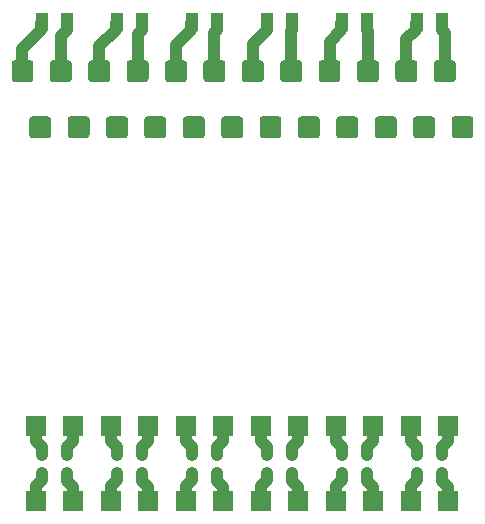
<source format=gbr>
%TF.GenerationSoftware,KiCad,Pcbnew,(5.1.10)-1*%
%TF.CreationDate,2021-08-21T19:47:19+01:00*%
%TF.ProjectId,SLT_interconnect,534c545f-696e-4746-9572-636f6e6e6563,00*%
%TF.SameCoordinates,Original*%
%TF.FileFunction,Copper,L2,Bot*%
%TF.FilePolarity,Positive*%
%FSLAX46Y46*%
G04 Gerber Fmt 4.6, Leading zero omitted, Abs format (unit mm)*
G04 Created by KiCad (PCBNEW (5.1.10)-1) date 2021-08-21 19:47:19*
%MOMM*%
%LPD*%
G01*
G04 APERTURE LIST*
%TA.AperFunction,ComponentPad*%
%ADD10R,1.700000X1.700000*%
%TD*%
%TA.AperFunction,Conductor*%
%ADD11C,1.000000*%
%TD*%
%TA.AperFunction,Conductor*%
%ADD12C,0.030000*%
%TD*%
%TA.AperFunction,Conductor*%
%ADD13C,0.100000*%
%TD*%
G04 APERTURE END LIST*
%TO.P,J124,1*%
%TO.N,Net-(J124-Pad1)*%
%TA.AperFunction,ComponentPad*%
G36*
G01*
X88125000Y-55025001D02*
X88125000Y-53674999D01*
G75*
G02*
X88374999Y-53425000I249999J0D01*
G01*
X89725001Y-53425000D01*
G75*
G02*
X89975000Y-53674999I0J-249999D01*
G01*
X89975000Y-55025001D01*
G75*
G02*
X89725001Y-55275000I-249999J0D01*
G01*
X88374999Y-55275000D01*
G75*
G02*
X88125000Y-55025001I0J249999D01*
G01*
G37*
%TD.AperFunction*%
%TD*%
%TO.P,J123,1*%
%TO.N,Net-(J123-Pad1)*%
%TA.AperFunction,ComponentPad*%
G36*
G01*
X91375000Y-55025001D02*
X91375000Y-53674999D01*
G75*
G02*
X91624999Y-53425000I249999J0D01*
G01*
X92975001Y-53425000D01*
G75*
G02*
X93225000Y-53674999I0J-249999D01*
G01*
X93225000Y-55025001D01*
G75*
G02*
X92975001Y-55275000I-249999J0D01*
G01*
X91624999Y-55275000D01*
G75*
G02*
X91375000Y-55025001I0J249999D01*
G01*
G37*
%TD.AperFunction*%
%TD*%
%TO.P,J122,1*%
%TO.N,Net-(J122-Pad1)*%
%TA.AperFunction,ComponentPad*%
G36*
G01*
X94625000Y-55025001D02*
X94625000Y-53674999D01*
G75*
G02*
X94874999Y-53425000I249999J0D01*
G01*
X96225001Y-53425000D01*
G75*
G02*
X96475000Y-53674999I0J-249999D01*
G01*
X96475000Y-55025001D01*
G75*
G02*
X96225001Y-55275000I-249999J0D01*
G01*
X94874999Y-55275000D01*
G75*
G02*
X94625000Y-55025001I0J249999D01*
G01*
G37*
%TD.AperFunction*%
%TD*%
%TO.P,J121,1*%
%TO.N,Net-(J121-Pad1)*%
%TA.AperFunction,ComponentPad*%
G36*
G01*
X97875000Y-55025001D02*
X97875000Y-53674999D01*
G75*
G02*
X98124999Y-53425000I249999J0D01*
G01*
X99475001Y-53425000D01*
G75*
G02*
X99725000Y-53674999I0J-249999D01*
G01*
X99725000Y-55025001D01*
G75*
G02*
X99475001Y-55275000I-249999J0D01*
G01*
X98124999Y-55275000D01*
G75*
G02*
X97875000Y-55025001I0J249999D01*
G01*
G37*
%TD.AperFunction*%
%TD*%
%TO.P,J120,1*%
%TO.N,Net-(J120-Pad1)*%
%TA.AperFunction,ComponentPad*%
G36*
G01*
X101125000Y-55025001D02*
X101125000Y-53674999D01*
G75*
G02*
X101374999Y-53425000I249999J0D01*
G01*
X102725001Y-53425000D01*
G75*
G02*
X102975000Y-53674999I0J-249999D01*
G01*
X102975000Y-55025001D01*
G75*
G02*
X102725001Y-55275000I-249999J0D01*
G01*
X101374999Y-55275000D01*
G75*
G02*
X101125000Y-55025001I0J249999D01*
G01*
G37*
%TD.AperFunction*%
%TD*%
%TO.P,J119,1*%
%TO.N,Net-(J119-Pad1)*%
%TA.AperFunction,ComponentPad*%
G36*
G01*
X104375000Y-55025001D02*
X104375000Y-53674999D01*
G75*
G02*
X104624999Y-53425000I249999J0D01*
G01*
X105975001Y-53425000D01*
G75*
G02*
X106225000Y-53674999I0J-249999D01*
G01*
X106225000Y-55025001D01*
G75*
G02*
X105975001Y-55275000I-249999J0D01*
G01*
X104624999Y-55275000D01*
G75*
G02*
X104375000Y-55025001I0J249999D01*
G01*
G37*
%TD.AperFunction*%
%TD*%
%TO.P,J118,1*%
%TO.N,Net-(J118-Pad1)*%
%TA.AperFunction,ComponentPad*%
G36*
G01*
X107625000Y-55025001D02*
X107625000Y-53674999D01*
G75*
G02*
X107874999Y-53425000I249999J0D01*
G01*
X109225001Y-53425000D01*
G75*
G02*
X109475000Y-53674999I0J-249999D01*
G01*
X109475000Y-55025001D01*
G75*
G02*
X109225001Y-55275000I-249999J0D01*
G01*
X107874999Y-55275000D01*
G75*
G02*
X107625000Y-55025001I0J249999D01*
G01*
G37*
%TD.AperFunction*%
%TD*%
%TO.P,J117,1*%
%TO.N,Net-(J117-Pad1)*%
%TA.AperFunction,ComponentPad*%
G36*
G01*
X110875000Y-55025001D02*
X110875000Y-53674999D01*
G75*
G02*
X111124999Y-53425000I249999J0D01*
G01*
X112475001Y-53425000D01*
G75*
G02*
X112725000Y-53674999I0J-249999D01*
G01*
X112725000Y-55025001D01*
G75*
G02*
X112475001Y-55275000I-249999J0D01*
G01*
X111124999Y-55275000D01*
G75*
G02*
X110875000Y-55025001I0J249999D01*
G01*
G37*
%TD.AperFunction*%
%TD*%
%TO.P,J116,1*%
%TO.N,Net-(J116-Pad1)*%
%TA.AperFunction,ComponentPad*%
G36*
G01*
X114125000Y-55025001D02*
X114125000Y-53674999D01*
G75*
G02*
X114374999Y-53425000I249999J0D01*
G01*
X115725001Y-53425000D01*
G75*
G02*
X115975000Y-53674999I0J-249999D01*
G01*
X115975000Y-55025001D01*
G75*
G02*
X115725001Y-55275000I-249999J0D01*
G01*
X114374999Y-55275000D01*
G75*
G02*
X114125000Y-55025001I0J249999D01*
G01*
G37*
%TD.AperFunction*%
%TD*%
%TO.P,J115,1*%
%TO.N,Net-(J115-Pad1)*%
%TA.AperFunction,ComponentPad*%
G36*
G01*
X117375000Y-55025001D02*
X117375000Y-53674999D01*
G75*
G02*
X117624999Y-53425000I249999J0D01*
G01*
X118975001Y-53425000D01*
G75*
G02*
X119225000Y-53674999I0J-249999D01*
G01*
X119225000Y-55025001D01*
G75*
G02*
X118975001Y-55275000I-249999J0D01*
G01*
X117624999Y-55275000D01*
G75*
G02*
X117375000Y-55025001I0J249999D01*
G01*
G37*
%TD.AperFunction*%
%TD*%
%TO.P,J114,1*%
%TO.N,Net-(J114-Pad1)*%
%TA.AperFunction,ComponentPad*%
G36*
G01*
X120625000Y-55025001D02*
X120625000Y-53674999D01*
G75*
G02*
X120874999Y-53425000I249999J0D01*
G01*
X122225001Y-53425000D01*
G75*
G02*
X122475000Y-53674999I0J-249999D01*
G01*
X122475000Y-55025001D01*
G75*
G02*
X122225001Y-55275000I-249999J0D01*
G01*
X120874999Y-55275000D01*
G75*
G02*
X120625000Y-55025001I0J249999D01*
G01*
G37*
%TD.AperFunction*%
%TD*%
%TO.P,J113,1*%
%TO.N,Net-(J113-Pad1)*%
%TA.AperFunction,ComponentPad*%
G36*
G01*
X123875000Y-55025001D02*
X123875000Y-53674999D01*
G75*
G02*
X124124999Y-53425000I249999J0D01*
G01*
X125475001Y-53425000D01*
G75*
G02*
X125725000Y-53674999I0J-249999D01*
G01*
X125725000Y-55025001D01*
G75*
G02*
X125475001Y-55275000I-249999J0D01*
G01*
X124124999Y-55275000D01*
G75*
G02*
X123875000Y-55025001I0J249999D01*
G01*
G37*
%TD.AperFunction*%
%TD*%
%TO.P,J112,1*%
%TO.N,Net-(J112-Pad1)*%
%TA.AperFunction,ComponentPad*%
G36*
G01*
X122375000Y-50275001D02*
X122375000Y-48924999D01*
G75*
G02*
X122624999Y-48675000I249999J0D01*
G01*
X123975001Y-48675000D01*
G75*
G02*
X124225000Y-48924999I0J-249999D01*
G01*
X124225000Y-50275001D01*
G75*
G02*
X123975001Y-50525000I-249999J0D01*
G01*
X122624999Y-50525000D01*
G75*
G02*
X122375000Y-50275001I0J249999D01*
G01*
G37*
%TD.AperFunction*%
%TD*%
%TO.P,J111,1*%
%TO.N,Net-(J11-Pad1)*%
%TA.AperFunction,ComponentPad*%
G36*
G01*
X119125000Y-50275001D02*
X119125000Y-48924999D01*
G75*
G02*
X119374999Y-48675000I249999J0D01*
G01*
X120725001Y-48675000D01*
G75*
G02*
X120975000Y-48924999I0J-249999D01*
G01*
X120975000Y-50275001D01*
G75*
G02*
X120725001Y-50525000I-249999J0D01*
G01*
X119374999Y-50525000D01*
G75*
G02*
X119125000Y-50275001I0J249999D01*
G01*
G37*
%TD.AperFunction*%
%TD*%
%TO.P,J110,1*%
%TO.N,Net-(J10-Pad1)*%
%TA.AperFunction,ComponentPad*%
G36*
G01*
X115875000Y-50275001D02*
X115875000Y-48924999D01*
G75*
G02*
X116124999Y-48675000I249999J0D01*
G01*
X117475001Y-48675000D01*
G75*
G02*
X117725000Y-48924999I0J-249999D01*
G01*
X117725000Y-50275001D01*
G75*
G02*
X117475001Y-50525000I-249999J0D01*
G01*
X116124999Y-50525000D01*
G75*
G02*
X115875000Y-50275001I0J249999D01*
G01*
G37*
%TD.AperFunction*%
%TD*%
%TO.P,J109,1*%
%TO.N,Net-(J109-Pad1)*%
%TA.AperFunction,ComponentPad*%
G36*
G01*
X112625000Y-50275001D02*
X112625000Y-48924999D01*
G75*
G02*
X112874999Y-48675000I249999J0D01*
G01*
X114225001Y-48675000D01*
G75*
G02*
X114475000Y-48924999I0J-249999D01*
G01*
X114475000Y-50275001D01*
G75*
G02*
X114225001Y-50525000I-249999J0D01*
G01*
X112874999Y-50525000D01*
G75*
G02*
X112625000Y-50275001I0J249999D01*
G01*
G37*
%TD.AperFunction*%
%TD*%
%TO.P,J108,1*%
%TO.N,Net-(J108-Pad1)*%
%TA.AperFunction,ComponentPad*%
G36*
G01*
X109375000Y-50275001D02*
X109375000Y-48924999D01*
G75*
G02*
X109624999Y-48675000I249999J0D01*
G01*
X110975001Y-48675000D01*
G75*
G02*
X111225000Y-48924999I0J-249999D01*
G01*
X111225000Y-50275001D01*
G75*
G02*
X110975001Y-50525000I-249999J0D01*
G01*
X109624999Y-50525000D01*
G75*
G02*
X109375000Y-50275001I0J249999D01*
G01*
G37*
%TD.AperFunction*%
%TD*%
%TO.P,J107,1*%
%TO.N,Net-(J107-Pad1)*%
%TA.AperFunction,ComponentPad*%
G36*
G01*
X106125000Y-50275001D02*
X106125000Y-48924999D01*
G75*
G02*
X106374999Y-48675000I249999J0D01*
G01*
X107725001Y-48675000D01*
G75*
G02*
X107975000Y-48924999I0J-249999D01*
G01*
X107975000Y-50275001D01*
G75*
G02*
X107725001Y-50525000I-249999J0D01*
G01*
X106374999Y-50525000D01*
G75*
G02*
X106125000Y-50275001I0J249999D01*
G01*
G37*
%TD.AperFunction*%
%TD*%
%TO.P,J106,1*%
%TO.N,Net-(J106-Pad1)*%
%TA.AperFunction,ComponentPad*%
G36*
G01*
X102875000Y-50275001D02*
X102875000Y-48924999D01*
G75*
G02*
X103124999Y-48675000I249999J0D01*
G01*
X104475001Y-48675000D01*
G75*
G02*
X104725000Y-48924999I0J-249999D01*
G01*
X104725000Y-50275001D01*
G75*
G02*
X104475001Y-50525000I-249999J0D01*
G01*
X103124999Y-50525000D01*
G75*
G02*
X102875000Y-50275001I0J249999D01*
G01*
G37*
%TD.AperFunction*%
%TD*%
%TO.P,J105,1*%
%TO.N,Net-(J105-Pad1)*%
%TA.AperFunction,ComponentPad*%
G36*
G01*
X99625000Y-50275001D02*
X99625000Y-48924999D01*
G75*
G02*
X99874999Y-48675000I249999J0D01*
G01*
X101225001Y-48675000D01*
G75*
G02*
X101475000Y-48924999I0J-249999D01*
G01*
X101475000Y-50275001D01*
G75*
G02*
X101225001Y-50525000I-249999J0D01*
G01*
X99874999Y-50525000D01*
G75*
G02*
X99625000Y-50275001I0J249999D01*
G01*
G37*
%TD.AperFunction*%
%TD*%
%TO.P,J104,1*%
%TO.N,Net-(J104-Pad1)*%
%TA.AperFunction,ComponentPad*%
G36*
G01*
X96375000Y-50275001D02*
X96375000Y-48924999D01*
G75*
G02*
X96624999Y-48675000I249999J0D01*
G01*
X97975001Y-48675000D01*
G75*
G02*
X98225000Y-48924999I0J-249999D01*
G01*
X98225000Y-50275001D01*
G75*
G02*
X97975001Y-50525000I-249999J0D01*
G01*
X96624999Y-50525000D01*
G75*
G02*
X96375000Y-50275001I0J249999D01*
G01*
G37*
%TD.AperFunction*%
%TD*%
%TO.P,J103,1*%
%TO.N,Net-(J103-Pad1)*%
%TA.AperFunction,ComponentPad*%
G36*
G01*
X93125000Y-50275001D02*
X93125000Y-48924999D01*
G75*
G02*
X93374999Y-48675000I249999J0D01*
G01*
X94725001Y-48675000D01*
G75*
G02*
X94975000Y-48924999I0J-249999D01*
G01*
X94975000Y-50275001D01*
G75*
G02*
X94725001Y-50525000I-249999J0D01*
G01*
X93374999Y-50525000D01*
G75*
G02*
X93125000Y-50275001I0J249999D01*
G01*
G37*
%TD.AperFunction*%
%TD*%
%TO.P,J102,1*%
%TO.N,Net-(J102-Pad1)*%
%TA.AperFunction,ComponentPad*%
G36*
G01*
X89875000Y-50275001D02*
X89875000Y-48924999D01*
G75*
G02*
X90124999Y-48675000I249999J0D01*
G01*
X91475001Y-48675000D01*
G75*
G02*
X91725000Y-48924999I0J-249999D01*
G01*
X91725000Y-50275001D01*
G75*
G02*
X91475001Y-50525000I-249999J0D01*
G01*
X90124999Y-50525000D01*
G75*
G02*
X89875000Y-50275001I0J249999D01*
G01*
G37*
%TD.AperFunction*%
%TD*%
%TO.P,J101,1*%
%TO.N,Net-(J1-Pad1)*%
%TA.AperFunction,ComponentPad*%
G36*
G01*
X86625000Y-50275001D02*
X86625000Y-48924999D01*
G75*
G02*
X86874999Y-48675000I249999J0D01*
G01*
X88225001Y-48675000D01*
G75*
G02*
X88475000Y-48924999I0J-249999D01*
G01*
X88475000Y-50275001D01*
G75*
G02*
X88225001Y-50525000I-249999J0D01*
G01*
X86874999Y-50525000D01*
G75*
G02*
X86625000Y-50275001I0J249999D01*
G01*
G37*
%TD.AperFunction*%
%TD*%
D10*
%TO.P,J24,1*%
%TO.N,Net-(J124-Pad1)*%
X88687500Y-86025000D03*
%TD*%
%TO.P,J23,1*%
%TO.N,Net-(J123-Pad1)*%
X91862500Y-86025000D03*
%TD*%
%TO.P,J22,1*%
%TO.N,Net-(J122-Pad1)*%
X95037500Y-86025000D03*
%TD*%
%TO.P,J21,1*%
%TO.N,Net-(J121-Pad1)*%
X98212500Y-86025000D03*
%TD*%
%TO.P,J20,1*%
%TO.N,Net-(J120-Pad1)*%
X101387500Y-86025000D03*
%TD*%
%TO.P,J19,1*%
%TO.N,Net-(J119-Pad1)*%
X104562500Y-86025000D03*
%TD*%
%TO.P,J18,1*%
%TO.N,Net-(J118-Pad1)*%
X107737500Y-86025000D03*
%TD*%
%TO.P,J17,1*%
%TO.N,Net-(J117-Pad1)*%
X110912500Y-86025000D03*
%TD*%
%TO.P,J16,1*%
%TO.N,Net-(J116-Pad1)*%
X114087500Y-86025000D03*
%TD*%
%TO.P,J15,1*%
%TO.N,Net-(J115-Pad1)*%
X117262500Y-86025000D03*
%TD*%
%TO.P,J14,1*%
%TO.N,Net-(J114-Pad1)*%
X120437500Y-86025000D03*
%TD*%
%TO.P,J13,1*%
%TO.N,Net-(J113-Pad1)*%
X123612500Y-86025000D03*
%TD*%
%TO.P,J12,1*%
%TO.N,Net-(J112-Pad1)*%
X123612500Y-79675000D03*
%TD*%
%TO.P,J11,1*%
%TO.N,Net-(J11-Pad1)*%
X120437500Y-79675000D03*
%TD*%
%TO.P,J10,1*%
%TO.N,Net-(J10-Pad1)*%
X117262500Y-79675000D03*
%TD*%
%TO.P,J9,1*%
%TO.N,Net-(J109-Pad1)*%
X114087500Y-79675000D03*
%TD*%
%TO.P,J8,1*%
%TO.N,Net-(J108-Pad1)*%
X110912500Y-79675000D03*
%TD*%
%TO.P,J7,1*%
%TO.N,Net-(J107-Pad1)*%
X107737500Y-79675000D03*
%TD*%
%TO.P,J6,1*%
%TO.N,Net-(J106-Pad1)*%
X104562500Y-79675000D03*
%TD*%
%TO.P,J5,1*%
%TO.N,Net-(J105-Pad1)*%
X101387500Y-79675000D03*
%TD*%
%TO.P,J4,1*%
%TO.N,Net-(J104-Pad1)*%
X98212500Y-79675000D03*
%TD*%
%TO.P,J3,1*%
%TO.N,Net-(J103-Pad1)*%
X95037500Y-79675000D03*
%TD*%
%TO.P,J2,1*%
%TO.N,Net-(J102-Pad1)*%
X91862500Y-79675000D03*
%TD*%
%TO.P,J1,1*%
%TO.N,Net-(J1-Pad1)*%
X88687500Y-79675000D03*
%TD*%
D11*
%TO.N,Net-(J1-Pad1)*%
X88687500Y-79675000D02*
X88687500Y-80937500D01*
X88687500Y-80937500D02*
X89200000Y-81450000D01*
X89200000Y-81450000D02*
X89200000Y-82050000D01*
X87550000Y-49600000D02*
X87550000Y-47700000D01*
X87550000Y-47700000D02*
X89150000Y-46100000D01*
X89150000Y-46100000D02*
X89150000Y-45500000D01*
%TO.N,Net-(J102-Pad1)*%
X91862500Y-79675000D02*
X91862500Y-80937500D01*
X91862500Y-80937500D02*
X91350000Y-81450000D01*
X91350000Y-81450000D02*
X91350000Y-82050000D01*
X90800000Y-49600000D02*
X90800000Y-46650000D01*
X90800000Y-46650000D02*
X91350000Y-46100000D01*
X91350000Y-46100000D02*
X91350000Y-45500000D01*
%TO.N,Net-(J103-Pad1)*%
X95550000Y-81450000D02*
X95550000Y-82050000D01*
X95037500Y-79675000D02*
X95037500Y-80937500D01*
X95037500Y-80937500D02*
X95550000Y-81450000D01*
X94050000Y-49600000D02*
X94050000Y-47500000D01*
X94050000Y-47500000D02*
X95450000Y-46100000D01*
X95450000Y-46100000D02*
X95450000Y-45500000D01*
%TO.N,Net-(J104-Pad1)*%
X98212500Y-80937500D02*
X97700000Y-81450000D01*
X98212500Y-79675000D02*
X98212500Y-80937500D01*
X97700000Y-81450000D02*
X97700000Y-82050000D01*
X97300000Y-49600000D02*
X97300000Y-46450000D01*
X97300000Y-46450000D02*
X97650000Y-46100000D01*
X97650000Y-46100000D02*
X97650000Y-45500000D01*
%TO.N,Net-(J105-Pad1)*%
X101900000Y-81450000D02*
X101900000Y-82050000D01*
X101387500Y-79675000D02*
X101387500Y-80937500D01*
X101387500Y-80937500D02*
X101900000Y-81450000D01*
X100550000Y-49600000D02*
X100550000Y-47400000D01*
X100550000Y-47400000D02*
X101850000Y-46100000D01*
X101850000Y-46100000D02*
X101850000Y-45500000D01*
%TO.N,Net-(J106-Pad1)*%
X104562500Y-80937500D02*
X104050000Y-81450000D01*
X104562500Y-79675000D02*
X104562500Y-80937500D01*
X104050000Y-81450000D02*
X104050000Y-82050000D01*
X103800000Y-49600000D02*
X103800000Y-46350000D01*
X103800000Y-46350000D02*
X104050000Y-46100000D01*
X104050000Y-46100000D02*
X104050000Y-45500000D01*
%TO.N,Net-(J107-Pad1)*%
X108250000Y-81450000D02*
X108250000Y-82050000D01*
X107737500Y-79675000D02*
X107737500Y-80937500D01*
X107737500Y-80937500D02*
X108250000Y-81450000D01*
X107050000Y-49600000D02*
X107050000Y-47300000D01*
X107050000Y-47300000D02*
X108250000Y-46100000D01*
X108250000Y-46100000D02*
X108250000Y-45500000D01*
%TO.N,Net-(J108-Pad1)*%
X110912500Y-80937500D02*
X110400000Y-81450000D01*
X110912500Y-79675000D02*
X110912500Y-80937500D01*
X110400000Y-81450000D02*
X110400000Y-82050000D01*
X110300000Y-49600000D02*
X110300000Y-46150000D01*
X110300000Y-46150000D02*
X110350000Y-46100000D01*
X110350000Y-46100000D02*
X110350000Y-45500000D01*
%TO.N,Net-(J109-Pad1)*%
X114600000Y-81450000D02*
X114600000Y-82050000D01*
X114087500Y-79675000D02*
X114087500Y-80937500D01*
X114087500Y-80937500D02*
X114600000Y-81450000D01*
X113550000Y-49600000D02*
X113550000Y-47100000D01*
X113550000Y-47100000D02*
X114550000Y-46100000D01*
X114550000Y-46100000D02*
X114550000Y-45500000D01*
%TO.N,Net-(J10-Pad1)*%
X117262500Y-80937500D02*
X116750000Y-81450000D01*
X117262500Y-79675000D02*
X117262500Y-80937500D01*
X116750000Y-81450000D02*
X116750000Y-82050000D01*
X116800000Y-49600000D02*
X116800000Y-46150000D01*
X116800000Y-46150000D02*
X116750000Y-46100000D01*
X116750000Y-46100000D02*
X116750000Y-45500000D01*
%TO.N,Net-(J11-Pad1)*%
X120950000Y-81450000D02*
X120950000Y-82050000D01*
X120437500Y-79675000D02*
X120437500Y-80937500D01*
X120437500Y-80937500D02*
X120950000Y-81450000D01*
X120050000Y-49600000D02*
X120050000Y-46900000D01*
X120050000Y-46900000D02*
X120850000Y-46100000D01*
X120850000Y-46100000D02*
X120850000Y-45500000D01*
%TO.N,Net-(J112-Pad1)*%
X123612500Y-80937500D02*
X123100000Y-81450000D01*
X123612500Y-79675000D02*
X123612500Y-80937500D01*
X123100000Y-81450000D02*
X123100000Y-82050000D01*
X123300000Y-49600000D02*
X123300000Y-46350000D01*
X123300000Y-46350000D02*
X123050000Y-46100000D01*
X123050000Y-46100000D02*
X123050000Y-45500000D01*
%TO.N,Net-(J113-Pad1)*%
X123100000Y-84250000D02*
X123100000Y-83650000D01*
X123612500Y-86025000D02*
X123612500Y-84762500D01*
X123612500Y-84762500D02*
X123100000Y-84250000D01*
%TO.N,Net-(J114-Pad1)*%
X120437500Y-86025000D02*
X120437500Y-84712500D01*
X120950000Y-84200000D02*
X120950000Y-83650000D01*
X120437500Y-84712500D02*
X120950000Y-84200000D01*
%TO.N,Net-(J115-Pad1)*%
X116750000Y-84250000D02*
X116750000Y-83650000D01*
X117262500Y-86025000D02*
X117262500Y-84762500D01*
X117262500Y-84762500D02*
X116750000Y-84250000D01*
%TO.N,Net-(J116-Pad1)*%
X114087500Y-86025000D02*
X114087500Y-84712500D01*
X114600000Y-84200000D02*
X114600000Y-83650000D01*
X114087500Y-84712500D02*
X114600000Y-84200000D01*
%TO.N,Net-(J117-Pad1)*%
X110400000Y-84250000D02*
X110400000Y-83650000D01*
X110912500Y-86025000D02*
X110912500Y-84762500D01*
X110912500Y-84762500D02*
X110400000Y-84250000D01*
%TO.N,Net-(J118-Pad1)*%
X107737500Y-86025000D02*
X107737500Y-84712500D01*
X108250000Y-84200000D02*
X108250000Y-83650000D01*
X107737500Y-84712500D02*
X108250000Y-84200000D01*
%TO.N,Net-(J119-Pad1)*%
X104050000Y-84250000D02*
X104050000Y-83650000D01*
X104562500Y-86025000D02*
X104562500Y-84762500D01*
X104562500Y-84762500D02*
X104050000Y-84250000D01*
%TO.N,Net-(J120-Pad1)*%
X101387500Y-86025000D02*
X101387500Y-84712500D01*
X101900000Y-84200000D02*
X101900000Y-83650000D01*
X101387500Y-84712500D02*
X101900000Y-84200000D01*
%TO.N,Net-(J121-Pad1)*%
X97700000Y-84250000D02*
X97700000Y-83650000D01*
X98212500Y-86025000D02*
X98212500Y-84762500D01*
X98212500Y-84762500D02*
X97700000Y-84250000D01*
%TO.N,Net-(J122-Pad1)*%
X95037500Y-86025000D02*
X95037500Y-84712500D01*
X95550000Y-84200000D02*
X95550000Y-83650000D01*
X95037500Y-84712500D02*
X95550000Y-84200000D01*
%TO.N,Net-(J123-Pad1)*%
X91862500Y-86025000D02*
X91862500Y-84762500D01*
X91862500Y-84762500D02*
X91350000Y-84250000D01*
X91350000Y-84250000D02*
X91350000Y-83650000D01*
%TO.N,Net-(J124-Pad1)*%
X88687500Y-86025000D02*
X88687500Y-84712500D01*
X88687500Y-84712500D02*
X89200000Y-84200000D01*
X89200000Y-84200000D02*
X89200000Y-83650000D01*
%TD*%
D12*
%TO.N,Net-(J1-Pad1)*%
X89635000Y-46085000D02*
X88665000Y-46085000D01*
X88665000Y-44640000D01*
X89635000Y-44640000D01*
X89635000Y-46085000D01*
%TA.AperFunction,Conductor*%
D13*
G36*
X89635000Y-46085000D02*
G01*
X88665000Y-46085000D01*
X88665000Y-44640000D01*
X89635000Y-44640000D01*
X89635000Y-46085000D01*
G37*
%TD.AperFunction*%
%TD*%
D12*
%TO.N,Net-(J102-Pad1)*%
X91785000Y-46085000D02*
X90815000Y-46085000D01*
X90815000Y-44640000D01*
X91785000Y-44640000D01*
X91785000Y-46085000D01*
%TA.AperFunction,Conductor*%
D13*
G36*
X91785000Y-46085000D02*
G01*
X90815000Y-46085000D01*
X90815000Y-44640000D01*
X91785000Y-44640000D01*
X91785000Y-46085000D01*
G37*
%TD.AperFunction*%
%TD*%
D12*
%TO.N,Net-(J103-Pad1)*%
X95985000Y-46085000D02*
X95015000Y-46085000D01*
X95015000Y-44640000D01*
X95985000Y-44640000D01*
X95985000Y-46085000D01*
%TA.AperFunction,Conductor*%
D13*
G36*
X95985000Y-46085000D02*
G01*
X95015000Y-46085000D01*
X95015000Y-44640000D01*
X95985000Y-44640000D01*
X95985000Y-46085000D01*
G37*
%TD.AperFunction*%
%TD*%
D12*
%TO.N,Net-(J105-Pad1)*%
X102335000Y-46085000D02*
X101365000Y-46085000D01*
X101365000Y-44640000D01*
X102335000Y-44640000D01*
X102335000Y-46085000D01*
%TA.AperFunction,Conductor*%
D13*
G36*
X102335000Y-46085000D02*
G01*
X101365000Y-46085000D01*
X101365000Y-44640000D01*
X102335000Y-44640000D01*
X102335000Y-46085000D01*
G37*
%TD.AperFunction*%
%TD*%
D12*
%TO.N,Net-(J107-Pad1)*%
X108685000Y-46085000D02*
X107715000Y-46085000D01*
X107715000Y-44640000D01*
X108685000Y-44640000D01*
X108685000Y-46085000D01*
%TA.AperFunction,Conductor*%
D13*
G36*
X108685000Y-46085000D02*
G01*
X107715000Y-46085000D01*
X107715000Y-44640000D01*
X108685000Y-44640000D01*
X108685000Y-46085000D01*
G37*
%TD.AperFunction*%
%TD*%
D12*
%TO.N,Net-(J109-Pad1)*%
X115035000Y-46085000D02*
X114065000Y-46085000D01*
X114065000Y-44640000D01*
X115035000Y-44640000D01*
X115035000Y-46085000D01*
%TA.AperFunction,Conductor*%
D13*
G36*
X115035000Y-46085000D02*
G01*
X114065000Y-46085000D01*
X114065000Y-44640000D01*
X115035000Y-44640000D01*
X115035000Y-46085000D01*
G37*
%TD.AperFunction*%
%TD*%
D12*
%TO.N,Net-(J11-Pad1)*%
X121385000Y-46085000D02*
X120415000Y-46085000D01*
X120415000Y-44640000D01*
X121385000Y-44640000D01*
X121385000Y-46085000D01*
%TA.AperFunction,Conductor*%
D13*
G36*
X121385000Y-46085000D02*
G01*
X120415000Y-46085000D01*
X120415000Y-44640000D01*
X121385000Y-44640000D01*
X121385000Y-46085000D01*
G37*
%TD.AperFunction*%
%TD*%
D12*
%TO.N,Net-(J104-Pad1)*%
X98135000Y-46085000D02*
X97165000Y-46085000D01*
X97165000Y-44640000D01*
X98135000Y-44640000D01*
X98135000Y-46085000D01*
%TA.AperFunction,Conductor*%
D13*
G36*
X98135000Y-46085000D02*
G01*
X97165000Y-46085000D01*
X97165000Y-44640000D01*
X98135000Y-44640000D01*
X98135000Y-46085000D01*
G37*
%TD.AperFunction*%
%TD*%
D12*
%TO.N,Net-(J106-Pad1)*%
X104485000Y-46085000D02*
X103515000Y-46085000D01*
X103515000Y-44640000D01*
X104485000Y-44640000D01*
X104485000Y-46085000D01*
%TA.AperFunction,Conductor*%
D13*
G36*
X104485000Y-46085000D02*
G01*
X103515000Y-46085000D01*
X103515000Y-44640000D01*
X104485000Y-44640000D01*
X104485000Y-46085000D01*
G37*
%TD.AperFunction*%
%TD*%
D12*
%TO.N,Net-(J108-Pad1)*%
X110835000Y-46085000D02*
X109865000Y-46085000D01*
X109865000Y-44640000D01*
X110835000Y-44640000D01*
X110835000Y-46085000D01*
%TA.AperFunction,Conductor*%
D13*
G36*
X110835000Y-46085000D02*
G01*
X109865000Y-46085000D01*
X109865000Y-44640000D01*
X110835000Y-44640000D01*
X110835000Y-46085000D01*
G37*
%TD.AperFunction*%
%TD*%
D12*
%TO.N,Net-(J10-Pad1)*%
X117185000Y-46085000D02*
X116215000Y-46085000D01*
X116215000Y-44640000D01*
X117185000Y-44640000D01*
X117185000Y-46085000D01*
%TA.AperFunction,Conductor*%
D13*
G36*
X117185000Y-46085000D02*
G01*
X116215000Y-46085000D01*
X116215000Y-44640000D01*
X117185000Y-44640000D01*
X117185000Y-46085000D01*
G37*
%TD.AperFunction*%
%TD*%
D12*
%TO.N,Net-(J112-Pad1)*%
X123535000Y-46085000D02*
X122565000Y-46085000D01*
X122565000Y-44640000D01*
X123535000Y-44640000D01*
X123535000Y-46085000D01*
%TA.AperFunction,Conductor*%
D13*
G36*
X123535000Y-46085000D02*
G01*
X122565000Y-46085000D01*
X122565000Y-44640000D01*
X123535000Y-44640000D01*
X123535000Y-46085000D01*
G37*
%TD.AperFunction*%
%TD*%
M02*

</source>
